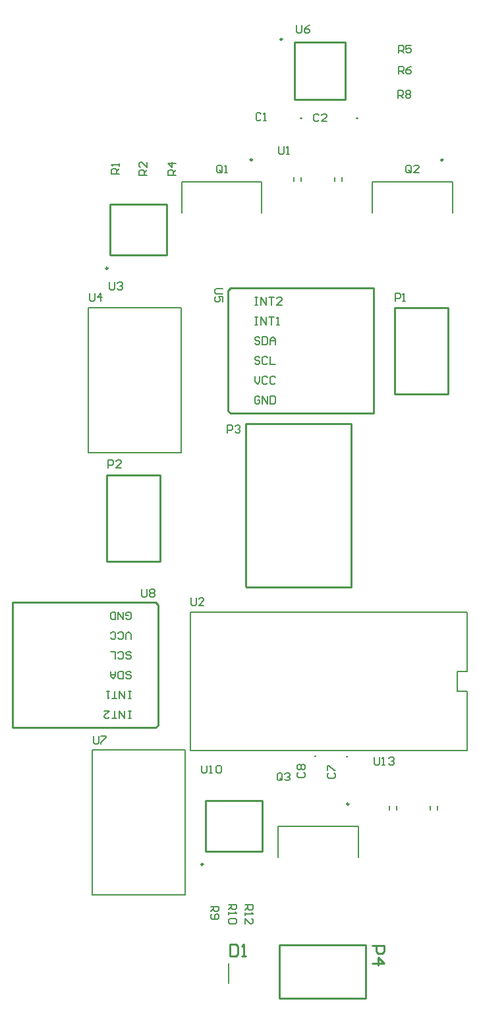
<source format=gto>
G04 Layer_Color=65535*
%FSLAX44Y44*%
%MOMM*%
G71*
G01*
G75*
%ADD23C,0.2500*%
%ADD31C,0.2540*%
%ADD32C,0.1524*%
%ADD33C,0.2000*%
%ADD34C,0.2032*%
D23*
X-152850Y-367000D02*
G03*
X-152850Y-367000I-1250J0D01*
G01*
X-31850Y460671D02*
G03*
X-31850Y460671I-1250J0D01*
G01*
X-276850Y460671D02*
G03*
X-276850Y460671I-1250J0D01*
G01*
D31*
X-340001Y-444530D02*
G03*
X-340001Y-444530I-1270J0D01*
G01*
X-238260Y615647D02*
G03*
X-238260Y615647I-1270J0D01*
G01*
X-462370Y321427D02*
G03*
X-462370Y321427I-1270J0D01*
G01*
X-242000Y-617000D02*
Y-548000D01*
X-131000D01*
Y-601000D02*
Y-548000D01*
X-242000Y-617000D02*
X-131000D01*
Y-601000D01*
X-337131Y-427500D02*
X-264131D01*
Y-362500D01*
X-337131D02*
X-264131D01*
X-337131Y-427500D02*
Y-362500D01*
X-585000Y-269000D02*
X-401000D01*
X-585000D02*
Y-108000D01*
X-401000D01*
X-398000Y-111000D01*
Y-266000D02*
Y-111000D01*
X-401000Y-269000D02*
X-398000Y-266000D01*
X-222500Y538507D02*
Y611507D01*
Y538507D02*
X-157500D01*
Y611507D01*
X-222500D02*
X-157500D01*
X-305000Y296000D02*
X-121000D01*
Y135000D02*
Y296000D01*
X-305000Y135000D02*
X-121000D01*
X-308000Y138000D02*
X-305000Y135000D01*
X-308000Y138000D02*
Y293000D01*
X-305000Y296000D01*
X-459500Y338457D02*
X-386500D01*
Y403457D01*
X-459500D02*
X-386500D01*
X-459500Y338457D02*
Y403457D01*
X-464000Y-55000D02*
X-395000D01*
X-464000D02*
Y56000D01*
X-411000D01*
X-395000Y-55000D02*
Y56000D01*
X-411000D02*
X-395000D01*
X-94000Y160000D02*
X-25000D01*
X-94000D02*
Y271000D01*
X-41000D01*
X-25000Y160000D02*
Y271000D01*
X-41000D02*
X-25000D01*
X-284000Y-88000D02*
X-150000D01*
X-285000Y-87000D02*
X-284000Y-88000D01*
X-285000Y-87000D02*
Y122000D01*
X-150000D01*
Y-88000D02*
Y122000D01*
X-122157Y-549179D02*
X-106922D01*
Y-556796D01*
X-109461Y-559336D01*
X-114539D01*
X-117079Y-556796D01*
Y-549179D01*
X-122157Y-572032D02*
X-106922D01*
X-114539Y-564414D01*
Y-574571D01*
X-305621Y-547540D02*
Y-562775D01*
X-298004D01*
X-295464Y-560236D01*
Y-550079D01*
X-298004Y-547540D01*
X-305621D01*
X-290386Y-562775D02*
X-285308D01*
X-287847D01*
Y-547540D01*
X-290386Y-550079D01*
D32*
X-195238Y-305554D02*
G03*
X-195238Y-305554I-762J0D01*
G01*
X-154238Y-306077D02*
G03*
X-154238Y-306077I-762J0D01*
G01*
X-141315Y514000D02*
G03*
X-141315Y514000I-762J0D01*
G01*
X-213315D02*
G03*
X-213315Y514000I-762J0D01*
G01*
X-38344Y-374169D02*
Y-369114D01*
X-91144Y-374169D02*
Y-369114D01*
X-47741Y-374169D02*
Y-369114D01*
X-100541Y-374169D02*
Y-369114D01*
X-161398Y433604D02*
Y438659D01*
X-214198Y433604D02*
Y438659D01*
X-170796Y433604D02*
Y438659D01*
X-223596Y433604D02*
Y438659D01*
D33*
X-307250Y-597500D02*
Y-571500D01*
X-482114Y-483570D02*
Y-297570D01*
X-363114Y-483570D02*
Y-297570D01*
X-482114Y-483570D02*
X-363114D01*
X-482114Y-297570D02*
X-363114D01*
X-368086Y84770D02*
Y270770D01*
X-487086Y84770D02*
Y270770D01*
X-368086D01*
X-487086Y84770D02*
X-368086D01*
X-140500Y-435001D02*
Y-395500D01*
X-243499D02*
X-140500D01*
X-243499Y-435001D02*
Y-395500D01*
X-19500Y392671D02*
Y432171D01*
X-122500D02*
X-19500D01*
X-122500Y392671D02*
Y432171D01*
X-264500Y392671D02*
Y432171D01*
X-367500D02*
X-264500D01*
X-367500Y392671D02*
Y432171D01*
X-265336Y519331D02*
X-267002Y520997D01*
X-270334D01*
X-272000Y519331D01*
Y512666D01*
X-270334Y511000D01*
X-267002D01*
X-265336Y512666D01*
X-262003Y511000D02*
X-258671D01*
X-260337D01*
Y520997D01*
X-262003Y519331D01*
X-191336Y518331D02*
X-193002Y519997D01*
X-196334D01*
X-198000Y518331D01*
Y511666D01*
X-196334Y510000D01*
X-193002D01*
X-191336Y511666D01*
X-181339Y510000D02*
X-188003D01*
X-181339Y516665D01*
Y518331D01*
X-183005Y519997D01*
X-186337D01*
X-188003Y518331D01*
X-93250Y279352D02*
Y289349D01*
X-88252D01*
X-86586Y287683D01*
Y284351D01*
X-88252Y282684D01*
X-93250D01*
X-83254Y279352D02*
X-79921D01*
X-81587D01*
Y289349D01*
X-83254Y287683D01*
X-462000Y65000D02*
Y74997D01*
X-457001D01*
X-455335Y73331D01*
Y69998D01*
X-457001Y68332D01*
X-462000D01*
X-445339Y65000D02*
X-452003D01*
X-445339Y71664D01*
Y73331D01*
X-447005Y74997D01*
X-450337D01*
X-452003Y73331D01*
X-309000Y110000D02*
Y119997D01*
X-304002D01*
X-302335Y118331D01*
Y114998D01*
X-304002Y113332D01*
X-309000D01*
X-299003Y118331D02*
X-297337Y119997D01*
X-294005D01*
X-292339Y118331D01*
Y116664D01*
X-294005Y114998D01*
X-295671D01*
X-294005D01*
X-292339Y113332D01*
Y111666D01*
X-294005Y110000D01*
X-297337D01*
X-299003Y111666D01*
X-315336Y445666D02*
Y452331D01*
X-317002Y453997D01*
X-320334D01*
X-322000Y452331D01*
Y445666D01*
X-320334Y444000D01*
X-317002D01*
X-318668Y447332D02*
X-315336Y444000D01*
X-317002D02*
X-315336Y445666D01*
X-312003Y444000D02*
X-308671D01*
X-310337D01*
Y453997D01*
X-312003Y452331D01*
X-72336Y445666D02*
Y452331D01*
X-74002Y453997D01*
X-77334D01*
X-79000Y452331D01*
Y445666D01*
X-77334Y444000D01*
X-74002D01*
X-75668Y447332D02*
X-72336Y444000D01*
X-74002D02*
X-72336Y445666D01*
X-62339Y444000D02*
X-69003D01*
X-62339Y450664D01*
Y452331D01*
X-64005Y453997D01*
X-67337D01*
X-69003Y452331D01*
X-238159Y-335082D02*
Y-328418D01*
X-239825Y-326751D01*
X-243158D01*
X-244824Y-328418D01*
Y-335082D01*
X-243158Y-336748D01*
X-239825D01*
X-241492Y-333416D02*
X-238159Y-336748D01*
X-239825D02*
X-238159Y-335082D01*
X-234827Y-328418D02*
X-233161Y-326751D01*
X-229829D01*
X-228162Y-328418D01*
Y-330084D01*
X-229829Y-331750D01*
X-231495D01*
X-229829D01*
X-228162Y-333416D01*
Y-335082D01*
X-229829Y-336748D01*
X-233161D01*
X-234827Y-335082D01*
X-448000Y442750D02*
X-457997D01*
Y447748D01*
X-456331Y449414D01*
X-452998D01*
X-451332Y447748D01*
Y442750D01*
Y446082D02*
X-448000Y449414D01*
Y452747D02*
Y456079D01*
Y454413D01*
X-457997D01*
X-456331Y452747D01*
X-412000Y440750D02*
X-421997D01*
Y445748D01*
X-420331Y447415D01*
X-416998D01*
X-415332Y445748D01*
Y440750D01*
Y444082D02*
X-412000Y447415D01*
Y457411D02*
Y450747D01*
X-418665Y457411D01*
X-420331D01*
X-421997Y455745D01*
Y452413D01*
X-420331Y450747D01*
X-375000Y440750D02*
X-384997D01*
Y445748D01*
X-383331Y447415D01*
X-379998D01*
X-378332Y445748D01*
Y440750D01*
Y444082D02*
X-375000Y447415D01*
Y455745D02*
X-384997D01*
X-379998Y450747D01*
Y457411D01*
X-89000Y598007D02*
Y608004D01*
X-84002D01*
X-82336Y606338D01*
Y603006D01*
X-84002Y601340D01*
X-89000D01*
X-85668D02*
X-82336Y598007D01*
X-72339Y608004D02*
X-79003D01*
Y603006D01*
X-75671Y604672D01*
X-74005D01*
X-72339Y603006D01*
Y599674D01*
X-74005Y598007D01*
X-77337D01*
X-79003Y599674D01*
X-89000Y571007D02*
Y581004D01*
X-84002D01*
X-82336Y579338D01*
Y576006D01*
X-84002Y574340D01*
X-89000D01*
X-85668D02*
X-82336Y571007D01*
X-72339Y581004D02*
X-75671Y579338D01*
X-79003Y576006D01*
Y572674D01*
X-77337Y571007D01*
X-74005D01*
X-72339Y572674D01*
Y574340D01*
X-74005Y576006D01*
X-79003D01*
X-89750Y540000D02*
Y549997D01*
X-84752D01*
X-83085Y548331D01*
Y544998D01*
X-84752Y543332D01*
X-89750D01*
X-86418D02*
X-83085Y540000D01*
X-79753Y548331D02*
X-78087Y549997D01*
X-74755D01*
X-73089Y548331D01*
Y546665D01*
X-74755Y544998D01*
X-73089Y543332D01*
Y541666D01*
X-74755Y540000D01*
X-78087D01*
X-79753Y541666D01*
Y543332D01*
X-78087Y544998D01*
X-79753Y546665D01*
Y548331D01*
X-78087Y544998D02*
X-74755D01*
X-330000Y-498500D02*
X-320003D01*
Y-503498D01*
X-321669Y-505164D01*
X-325002D01*
X-326668Y-503498D01*
Y-498500D01*
Y-501832D02*
X-330000Y-505164D01*
X-328334Y-508497D02*
X-330000Y-510163D01*
Y-513495D01*
X-328334Y-515161D01*
X-321669D01*
X-320003Y-513495D01*
Y-510163D01*
X-321669Y-508497D01*
X-323335D01*
X-325002Y-510163D01*
Y-515161D01*
X-307000Y-495957D02*
X-297003D01*
Y-500956D01*
X-298669Y-502622D01*
X-302002D01*
X-303668Y-500956D01*
Y-495957D01*
Y-499290D02*
X-307000Y-502622D01*
Y-505954D02*
Y-509286D01*
Y-507620D01*
X-297003D01*
X-298669Y-505954D01*
Y-514285D02*
X-297003Y-515951D01*
Y-519283D01*
X-298669Y-520949D01*
X-305334D01*
X-307000Y-519283D01*
Y-515951D01*
X-305334Y-514285D01*
X-298669D01*
X-286000Y-496208D02*
X-276003D01*
Y-501206D01*
X-277669Y-502872D01*
X-281002D01*
X-282668Y-501206D01*
Y-496208D01*
Y-499540D02*
X-286000Y-502872D01*
Y-506204D02*
Y-509537D01*
Y-507870D01*
X-276003D01*
X-277669Y-506204D01*
X-286000Y-521199D02*
Y-514535D01*
X-279335Y-521199D01*
X-277669D01*
X-276003Y-519533D01*
Y-516201D01*
X-277669Y-514535D01*
X-242497Y477997D02*
Y469666D01*
X-240831Y468000D01*
X-237499D01*
X-235833Y469666D01*
Y477997D01*
X-232500Y468000D02*
X-229168D01*
X-230834D01*
Y477997D01*
X-232500Y476331D01*
X-355592Y-102007D02*
Y-110338D01*
X-353926Y-112004D01*
X-350594D01*
X-348927Y-110338D01*
Y-102007D01*
X-338931Y-112004D02*
X-345595D01*
X-338931Y-105339D01*
Y-103673D01*
X-340597Y-102007D01*
X-343929D01*
X-345595Y-103673D01*
X-460000Y303954D02*
Y295624D01*
X-458334Y293958D01*
X-455002D01*
X-453336Y295624D01*
Y303954D01*
X-450003Y302288D02*
X-448337Y303954D01*
X-445005D01*
X-443339Y302288D01*
Y300622D01*
X-445005Y298956D01*
X-446671D01*
X-445005D01*
X-443339Y297290D01*
Y295624D01*
X-445005Y293958D01*
X-448337D01*
X-450003Y295624D01*
X-485999Y288949D02*
Y280618D01*
X-484333Y278952D01*
X-481001D01*
X-479335Y280618D01*
Y288949D01*
X-471004Y278952D02*
Y288949D01*
X-476003Y283950D01*
X-469338D01*
X-315153Y295150D02*
X-323484D01*
X-325150Y293484D01*
Y290152D01*
X-323484Y288486D01*
X-315153D01*
Y278489D02*
Y285153D01*
X-320152D01*
X-318486Y281821D01*
Y280155D01*
X-320152Y278489D01*
X-323484D01*
X-325150Y280155D01*
Y283487D01*
X-323484Y285153D01*
X-220000Y633997D02*
Y625666D01*
X-218334Y624000D01*
X-215002D01*
X-213335Y625666D01*
Y633997D01*
X-203339D02*
X-206671Y632331D01*
X-210003Y628998D01*
Y625666D01*
X-208337Y624000D01*
X-205005D01*
X-203339Y625666D01*
Y627332D01*
X-205005Y628998D01*
X-210003D01*
X-481022Y-279545D02*
Y-287876D01*
X-479356Y-289542D01*
X-476024D01*
X-474357Y-287876D01*
Y-279545D01*
X-471025D02*
X-464361D01*
Y-281212D01*
X-471025Y-287876D01*
Y-289542D01*
X-419000Y-91003D02*
Y-99334D01*
X-417334Y-101000D01*
X-414002D01*
X-412336Y-99334D01*
Y-91003D01*
X-409003Y-92669D02*
X-407337Y-91003D01*
X-404005D01*
X-402339Y-92669D01*
Y-94335D01*
X-404005Y-96002D01*
X-402339Y-97668D01*
Y-99334D01*
X-404005Y-101000D01*
X-407337D01*
X-409003Y-99334D01*
Y-97668D01*
X-407337Y-96002D01*
X-409003Y-94335D01*
Y-92669D01*
X-407337Y-96002D02*
X-404005D01*
X-341842Y-317318D02*
Y-325648D01*
X-340175Y-327314D01*
X-336843D01*
X-335177Y-325648D01*
Y-317318D01*
X-331845Y-327314D02*
X-328512D01*
X-330179D01*
Y-317318D01*
X-331845Y-318984D01*
X-323514D02*
X-321848Y-317318D01*
X-318516D01*
X-316850Y-318984D01*
Y-325648D01*
X-318516Y-327314D01*
X-321848D01*
X-323514Y-325648D01*
Y-318984D01*
X-120000Y-307003D02*
Y-315334D01*
X-118334Y-317000D01*
X-115002D01*
X-113336Y-315334D01*
Y-307003D01*
X-110003Y-317000D02*
X-106671D01*
X-108337D01*
Y-307003D01*
X-110003Y-308669D01*
X-101673D02*
X-100007Y-307003D01*
X-96674D01*
X-95008Y-308669D01*
Y-310336D01*
X-96674Y-312002D01*
X-98340D01*
X-96674D01*
X-95008Y-313668D01*
Y-315334D01*
X-96674Y-317000D01*
X-100007D01*
X-101673Y-315334D01*
X-178331Y-327336D02*
X-179997Y-329002D01*
Y-332334D01*
X-178331Y-334000D01*
X-171666D01*
X-170000Y-332334D01*
Y-329002D01*
X-171666Y-327336D01*
X-179997Y-324003D02*
Y-317339D01*
X-178331D01*
X-171666Y-324003D01*
X-170000D01*
X-217331Y-326335D02*
X-218997Y-328002D01*
Y-331334D01*
X-217331Y-333000D01*
X-210666D01*
X-209000Y-331334D01*
Y-328002D01*
X-210666Y-326335D01*
X-217331Y-323003D02*
X-218997Y-321337D01*
Y-318005D01*
X-217331Y-316339D01*
X-215665D01*
X-213998Y-318005D01*
X-212332Y-316339D01*
X-210666D01*
X-209000Y-318005D01*
Y-321337D01*
X-210666Y-323003D01*
X-212332D01*
X-213998Y-321337D01*
X-215665Y-323003D01*
X-217331D01*
X-213998Y-321337D02*
Y-318005D01*
X-266975Y155401D02*
X-268642Y157067D01*
X-271974D01*
X-273640Y155401D01*
Y148736D01*
X-271974Y147070D01*
X-268642D01*
X-266975Y148736D01*
Y152068D01*
X-270308D01*
X-263643Y147070D02*
Y157067D01*
X-256979Y147070D01*
Y157067D01*
X-253646D02*
Y147070D01*
X-248648D01*
X-246982Y148736D01*
Y155401D01*
X-248648Y157067D01*
X-253646D01*
X-273640Y182467D02*
Y175802D01*
X-270308Y172470D01*
X-266975Y175802D01*
Y182467D01*
X-256979Y180801D02*
X-258645Y182467D01*
X-261977D01*
X-263643Y180801D01*
Y174136D01*
X-261977Y172470D01*
X-258645D01*
X-256979Y174136D01*
X-246982Y180801D02*
X-248648Y182467D01*
X-251980D01*
X-253646Y180801D01*
Y174136D01*
X-251980Y172470D01*
X-248648D01*
X-246982Y174136D01*
X-266975Y231601D02*
X-268642Y233267D01*
X-271974D01*
X-273640Y231601D01*
Y229935D01*
X-271974Y228268D01*
X-268642D01*
X-266975Y226602D01*
Y224936D01*
X-268642Y223270D01*
X-271974D01*
X-273640Y224936D01*
X-263643Y233267D02*
Y223270D01*
X-258645D01*
X-256979Y224936D01*
Y231601D01*
X-258645Y233267D01*
X-263643D01*
X-253646Y223270D02*
Y229935D01*
X-250314Y233267D01*
X-246982Y229935D01*
Y223270D01*
Y228268D01*
X-253646D01*
X-266975Y206201D02*
X-268642Y207867D01*
X-271974D01*
X-273640Y206201D01*
Y204534D01*
X-271974Y202868D01*
X-268642D01*
X-266975Y201202D01*
Y199536D01*
X-268642Y197870D01*
X-271974D01*
X-273640Y199536D01*
X-256979Y206201D02*
X-258645Y207867D01*
X-261977D01*
X-263643Y206201D01*
Y199536D01*
X-261977Y197870D01*
X-258645D01*
X-256979Y199536D01*
X-253646Y207867D02*
Y197870D01*
X-246982D01*
X-273640Y258667D02*
X-270308D01*
X-271974D01*
Y248670D01*
X-273640D01*
X-270308D01*
X-265309D02*
Y258667D01*
X-258645Y248670D01*
Y258667D01*
X-255313D02*
X-248648D01*
X-251980D01*
Y248670D01*
X-245316D02*
X-241984D01*
X-243650D01*
Y258667D01*
X-245316Y257001D01*
X-273640Y284067D02*
X-270308D01*
X-271974D01*
Y274070D01*
X-273640D01*
X-270308D01*
X-265309D02*
Y284067D01*
X-258645Y274070D01*
Y284067D01*
X-255313D02*
X-248648D01*
X-251980D01*
Y274070D01*
X-238651D02*
X-245316D01*
X-238651Y280735D01*
Y282401D01*
X-240317Y284067D01*
X-243650D01*
X-245316Y282401D01*
X-439025Y-128401D02*
X-437358Y-130067D01*
X-434026D01*
X-432360Y-128401D01*
Y-121736D01*
X-434026Y-120070D01*
X-437358D01*
X-439025Y-121736D01*
Y-125068D01*
X-435692D01*
X-442357Y-120070D02*
Y-130067D01*
X-449021Y-120070D01*
Y-130067D01*
X-452354D02*
Y-120070D01*
X-457352D01*
X-459018Y-121736D01*
Y-128401D01*
X-457352Y-130067D01*
X-452354D01*
X-432360Y-155467D02*
Y-148802D01*
X-435692Y-145470D01*
X-439025Y-148802D01*
Y-155467D01*
X-449021Y-153801D02*
X-447355Y-155467D01*
X-444023D01*
X-442357Y-153801D01*
Y-147136D01*
X-444023Y-145470D01*
X-447355D01*
X-449021Y-147136D01*
X-459018Y-153801D02*
X-457352Y-155467D01*
X-454020D01*
X-452354Y-153801D01*
Y-147136D01*
X-454020Y-145470D01*
X-457352D01*
X-459018Y-147136D01*
X-439025Y-204601D02*
X-437358Y-206267D01*
X-434026D01*
X-432360Y-204601D01*
Y-202934D01*
X-434026Y-201268D01*
X-437358D01*
X-439025Y-199602D01*
Y-197936D01*
X-437358Y-196270D01*
X-434026D01*
X-432360Y-197936D01*
X-442357Y-206267D02*
Y-196270D01*
X-447355D01*
X-449021Y-197936D01*
Y-204601D01*
X-447355Y-206267D01*
X-442357D01*
X-452354Y-196270D02*
Y-202934D01*
X-455686Y-206267D01*
X-459018Y-202934D01*
Y-196270D01*
Y-201268D01*
X-452354D01*
X-439025Y-179201D02*
X-437358Y-180867D01*
X-434026D01*
X-432360Y-179201D01*
Y-177535D01*
X-434026Y-175868D01*
X-437358D01*
X-439025Y-174202D01*
Y-172536D01*
X-437358Y-170870D01*
X-434026D01*
X-432360Y-172536D01*
X-449021Y-179201D02*
X-447355Y-180867D01*
X-444023D01*
X-442357Y-179201D01*
Y-172536D01*
X-444023Y-170870D01*
X-447355D01*
X-449021Y-172536D01*
X-452354Y-180867D02*
Y-170870D01*
X-459018D01*
X-432360Y-231667D02*
X-435692D01*
X-434026D01*
Y-221670D01*
X-432360D01*
X-435692D01*
X-440691D02*
Y-231667D01*
X-447355Y-221670D01*
Y-231667D01*
X-450687D02*
X-457352D01*
X-454020D01*
Y-221670D01*
X-460684D02*
X-464016D01*
X-462350D01*
Y-231667D01*
X-460684Y-230001D01*
X-432360Y-257067D02*
X-435692D01*
X-434026D01*
Y-247070D01*
X-432360D01*
X-435692D01*
X-440691D02*
Y-257067D01*
X-447355Y-247070D01*
Y-257067D01*
X-450687D02*
X-457352D01*
X-454020D01*
Y-247070D01*
X-467349D02*
X-460684D01*
X-467349Y-253734D01*
Y-255401D01*
X-465683Y-257067D01*
X-462350D01*
X-460684Y-255401D01*
D34*
X-13600Y-221754D02*
Y-196354D01*
Y-221754D02*
X-900D01*
Y-297954D02*
Y-221754D01*
X-356500Y-297954D02*
X-900D01*
X-356500D02*
Y-120154D01*
X-900D01*
Y-196354D02*
Y-120154D01*
X-13600Y-196354D02*
X-900D01*
M02*

</source>
